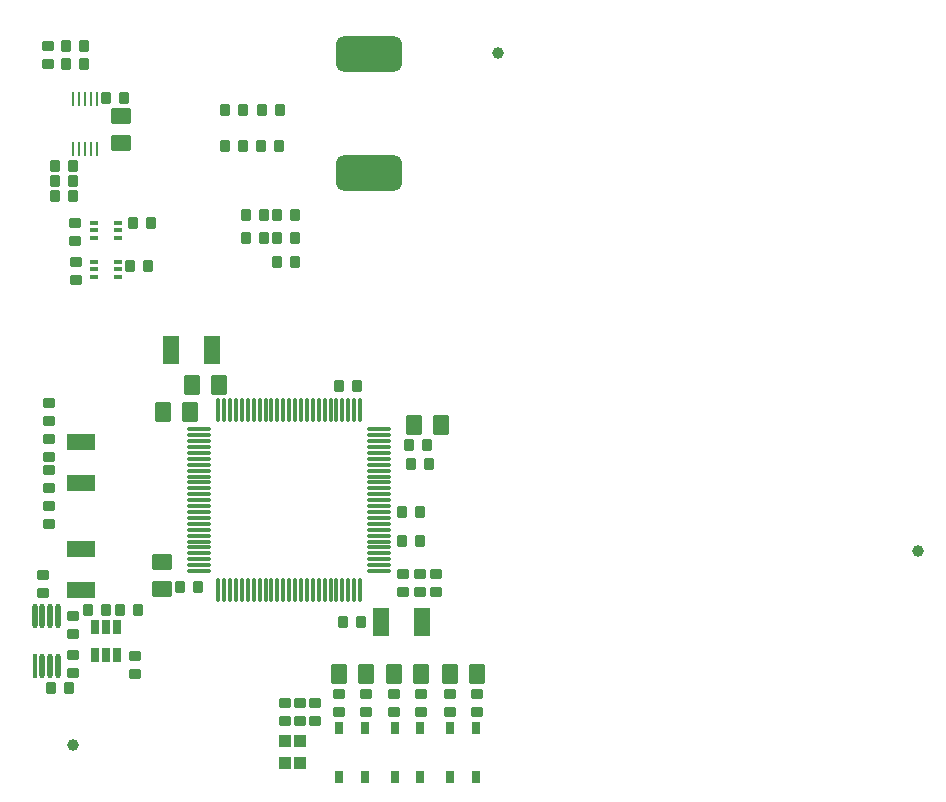
<source format=gtp>
G04*
G04 #@! TF.GenerationSoftware,Altium Limited,Altium Designer,19.1.6 (110)*
G04*
G04 Layer_Color=8421504*
%FSLAX44Y44*%
%MOMM*%
G71*
G01*
G75*
%ADD17C,1.0000*%
G04:AMPARAMS|DCode=18|XSize=0.8mm|YSize=1mm|CornerRadius=0.1mm|HoleSize=0mm|Usage=FLASHONLY|Rotation=270.000|XOffset=0mm|YOffset=0mm|HoleType=Round|Shape=RoundedRectangle|*
%AMROUNDEDRECTD18*
21,1,0.8000,0.8000,0,0,270.0*
21,1,0.6000,1.0000,0,0,270.0*
1,1,0.2000,-0.4000,-0.3000*
1,1,0.2000,-0.4000,0.3000*
1,1,0.2000,0.4000,0.3000*
1,1,0.2000,0.4000,-0.3000*
%
%ADD18ROUNDEDRECTD18*%
G04:AMPARAMS|DCode=19|XSize=0.4mm|YSize=0.65mm|CornerRadius=0.05mm|HoleSize=0mm|Usage=FLASHONLY|Rotation=90.000|XOffset=0mm|YOffset=0mm|HoleType=Round|Shape=RoundedRectangle|*
%AMROUNDEDRECTD19*
21,1,0.4000,0.5500,0,0,90.0*
21,1,0.3000,0.6500,0,0,90.0*
1,1,0.1000,0.2750,0.1500*
1,1,0.1000,0.2750,-0.1500*
1,1,0.1000,-0.2750,-0.1500*
1,1,0.1000,-0.2750,0.1500*
%
%ADD19ROUNDEDRECTD19*%
G04:AMPARAMS|DCode=20|XSize=0.8mm|YSize=1mm|CornerRadius=0.1mm|HoleSize=0mm|Usage=FLASHONLY|Rotation=0.000|XOffset=0mm|YOffset=0mm|HoleType=Round|Shape=RoundedRectangle|*
%AMROUNDEDRECTD20*
21,1,0.8000,0.8000,0,0,0.0*
21,1,0.6000,1.0000,0,0,0.0*
1,1,0.2000,0.3000,-0.4000*
1,1,0.2000,-0.3000,-0.4000*
1,1,0.2000,-0.3000,0.4000*
1,1,0.2000,0.3000,0.4000*
%
%ADD20ROUNDEDRECTD20*%
%ADD21O,0.3000X2.1000*%
%ADD22R,0.7000X1.3000*%
G04:AMPARAMS|DCode=23|XSize=1.4mm|YSize=1.7mm|CornerRadius=0.175mm|HoleSize=0mm|Usage=FLASHONLY|Rotation=0.000|XOffset=0mm|YOffset=0mm|HoleType=Round|Shape=RoundedRectangle|*
%AMROUNDEDRECTD23*
21,1,1.4000,1.3500,0,0,0.0*
21,1,1.0500,1.7000,0,0,0.0*
1,1,0.3500,0.5250,-0.6750*
1,1,0.3500,-0.5250,-0.6750*
1,1,0.3500,-0.5250,0.6750*
1,1,0.3500,0.5250,0.6750*
%
%ADD23ROUNDEDRECTD23*%
%ADD24R,0.4318X2.0541*%
G04:AMPARAMS|DCode=25|XSize=2.0541mm|YSize=0.4318mm|CornerRadius=0.2159mm|HoleSize=0mm|Usage=FLASHONLY|Rotation=90.000|XOffset=0mm|YOffset=0mm|HoleType=Round|Shape=RoundedRectangle|*
%AMROUNDEDRECTD25*
21,1,2.0541,0.0000,0,0,90.0*
21,1,1.6223,0.4318,0,0,90.0*
1,1,0.4318,0.0000,0.8112*
1,1,0.4318,0.0000,-0.8112*
1,1,0.4318,0.0000,-0.8112*
1,1,0.4318,0.0000,0.8112*
%
%ADD25ROUNDEDRECTD25*%
%ADD26R,2.4000X1.4000*%
G04:AMPARAMS|DCode=27|XSize=1.4mm|YSize=1.7mm|CornerRadius=0.175mm|HoleSize=0mm|Usage=FLASHONLY|Rotation=90.000|XOffset=0mm|YOffset=0mm|HoleType=Round|Shape=RoundedRectangle|*
%AMROUNDEDRECTD27*
21,1,1.4000,1.3500,0,0,90.0*
21,1,1.0500,1.7000,0,0,90.0*
1,1,0.3500,0.6750,0.5250*
1,1,0.3500,0.6750,-0.5250*
1,1,0.3500,-0.6750,-0.5250*
1,1,0.3500,-0.6750,0.5250*
%
%ADD27ROUNDEDRECTD27*%
G04:AMPARAMS|DCode=28|XSize=0.25mm|YSize=1.15mm|CornerRadius=0.05mm|HoleSize=0mm|Usage=FLASHONLY|Rotation=180.000|XOffset=0mm|YOffset=0mm|HoleType=Round|Shape=RoundedRectangle|*
%AMROUNDEDRECTD28*
21,1,0.2500,1.0500,0,0,180.0*
21,1,0.1500,1.1500,0,0,180.0*
1,1,0.1000,-0.0750,0.5250*
1,1,0.1000,0.0750,0.5250*
1,1,0.1000,0.0750,-0.5250*
1,1,0.1000,-0.0750,-0.5250*
%
%ADD28ROUNDEDRECTD28*%
G04:AMPARAMS|DCode=29|XSize=3.1mm|YSize=5.6mm|CornerRadius=0.775mm|HoleSize=0mm|Usage=FLASHONLY|Rotation=270.000|XOffset=0mm|YOffset=0mm|HoleType=Round|Shape=RoundedRectangle|*
%AMROUNDEDRECTD29*
21,1,3.1000,4.0500,0,0,270.0*
21,1,1.5500,5.6000,0,0,270.0*
1,1,1.5500,-2.0250,-0.7750*
1,1,1.5500,-2.0250,0.7750*
1,1,1.5500,2.0250,0.7750*
1,1,1.5500,2.0250,-0.7750*
%
%ADD29ROUNDEDRECTD29*%
%ADD30R,0.6500X1.0500*%
%ADD31R,1.0000X1.0000*%
%ADD32O,2.1000X0.3000*%
%ADD33R,1.4000X2.4000*%
D17*
X685800Y1176020D02*
D03*
X1041400Y754380D02*
D03*
X326390Y590550D02*
D03*
D18*
X327660Y1032390D02*
D03*
Y1017390D02*
D03*
X328930Y999370D02*
D03*
Y984370D02*
D03*
X605790Y720210D02*
D03*
Y735210D02*
D03*
X619760Y735210D02*
D03*
Y720210D02*
D03*
X633730Y735210D02*
D03*
Y720210D02*
D03*
X326390Y684650D02*
D03*
Y699650D02*
D03*
Y666630D02*
D03*
Y651630D02*
D03*
X378460Y650360D02*
D03*
Y665360D02*
D03*
X668020Y633610D02*
D03*
Y618610D02*
D03*
X574040Y633610D02*
D03*
Y618610D02*
D03*
X306070Y864990D02*
D03*
Y879990D02*
D03*
Y777360D02*
D03*
Y792360D02*
D03*
X304800Y1182250D02*
D03*
Y1167250D02*
D03*
X505460Y610990D02*
D03*
Y625990D02*
D03*
X518160Y610990D02*
D03*
Y625990D02*
D03*
X530860Y610990D02*
D03*
Y625990D02*
D03*
X551180Y633610D02*
D03*
Y618610D02*
D03*
X621030Y633610D02*
D03*
Y618610D02*
D03*
X306070Y849510D02*
D03*
Y834510D02*
D03*
Y807840D02*
D03*
Y822840D02*
D03*
X300990Y718940D02*
D03*
Y733940D02*
D03*
X645160Y633610D02*
D03*
Y618610D02*
D03*
X598170Y633610D02*
D03*
Y618610D02*
D03*
D19*
X364580Y1032660D02*
D03*
Y1026160D02*
D03*
Y1019660D02*
D03*
X344080D02*
D03*
Y1026160D02*
D03*
Y1032660D02*
D03*
X364580Y999640D02*
D03*
Y993140D02*
D03*
Y986640D02*
D03*
X344080D02*
D03*
Y993140D02*
D03*
Y999640D02*
D03*
D20*
X377310Y1032510D02*
D03*
X392310D02*
D03*
X322460Y638810D02*
D03*
X307460D02*
D03*
X354210Y704850D02*
D03*
X339210D02*
D03*
X365880D02*
D03*
X380880D02*
D03*
X326270Y1055370D02*
D03*
X311270D02*
D03*
X326270Y1068070D02*
D03*
X311270D02*
D03*
X499230Y999490D02*
D03*
X514230D02*
D03*
X374770Y995680D02*
D03*
X389770D02*
D03*
X487560Y1038860D02*
D03*
X472560D02*
D03*
X335160Y1167130D02*
D03*
X320160D02*
D03*
X354450Y1137920D02*
D03*
X369450D02*
D03*
X311270Y1080770D02*
D03*
X326270D02*
D03*
X335160Y1182370D02*
D03*
X320160D02*
D03*
X514230Y1019810D02*
D03*
X499230D02*
D03*
X487560D02*
D03*
X472560D02*
D03*
X514230Y1038860D02*
D03*
X499230D02*
D03*
X610990Y844550D02*
D03*
X625990D02*
D03*
X551300Y894080D02*
D03*
X566300D02*
D03*
X431680Y723900D02*
D03*
X416680D02*
D03*
X570110Y694690D02*
D03*
X555110D02*
D03*
X604640Y763270D02*
D03*
X619640D02*
D03*
X604640Y787400D02*
D03*
X619640D02*
D03*
X612260Y828040D02*
D03*
X627260D02*
D03*
X486530Y1127760D02*
D03*
X501530D02*
D03*
X485260Y1097280D02*
D03*
X500260D02*
D03*
X454780Y1127760D02*
D03*
X469780D02*
D03*
X454780Y1097280D02*
D03*
X469780D02*
D03*
D21*
X549270Y721560D02*
D03*
X544270D02*
D03*
X569270Y873560D02*
D03*
X564270D02*
D03*
X559270D02*
D03*
X554270D02*
D03*
X549270D02*
D03*
X544270D02*
D03*
X539270D02*
D03*
X534270D02*
D03*
X529270D02*
D03*
X524270D02*
D03*
X519270D02*
D03*
X514270D02*
D03*
X509270D02*
D03*
X504270D02*
D03*
X499270D02*
D03*
X494270D02*
D03*
X489270D02*
D03*
X484270D02*
D03*
X479270D02*
D03*
X474270D02*
D03*
X469270D02*
D03*
X464270D02*
D03*
X459270D02*
D03*
X454270D02*
D03*
X449270D02*
D03*
Y721560D02*
D03*
X454270D02*
D03*
X459270D02*
D03*
X464270D02*
D03*
X469270D02*
D03*
X474270D02*
D03*
X479270D02*
D03*
X484270D02*
D03*
X489270D02*
D03*
X494270D02*
D03*
X499270D02*
D03*
X504270D02*
D03*
X509270D02*
D03*
X514270D02*
D03*
X519270D02*
D03*
X524270D02*
D03*
X529270D02*
D03*
X534270D02*
D03*
X539270D02*
D03*
X554270D02*
D03*
X559270D02*
D03*
X564270D02*
D03*
X569270D02*
D03*
D22*
X344830Y690180D02*
D03*
X354330D02*
D03*
X363830D02*
D03*
Y666180D02*
D03*
X354330D02*
D03*
X344830D02*
D03*
D23*
X425450Y872490D02*
D03*
X402590D02*
D03*
X551180Y650240D02*
D03*
X574040D02*
D03*
X645160D02*
D03*
X668020D02*
D03*
X598170D02*
D03*
X621030D02*
D03*
X449580Y895350D02*
D03*
X426720D02*
D03*
X614680Y861060D02*
D03*
X637540D02*
D03*
D24*
X293780Y657176D02*
D03*
D25*
X300280D02*
D03*
X306780D02*
D03*
X313280D02*
D03*
Y699184D02*
D03*
X306780D02*
D03*
X300280D02*
D03*
X293780D02*
D03*
D26*
X332740Y721640D02*
D03*
Y756640D02*
D03*
Y846810D02*
D03*
Y811810D02*
D03*
D27*
X367030Y1122680D02*
D03*
Y1099820D02*
D03*
X401320Y722630D02*
D03*
Y745490D02*
D03*
D28*
X346550Y1137580D02*
D03*
X341550D02*
D03*
X336550D02*
D03*
X331550D02*
D03*
X326550D02*
D03*
X346550Y1095080D02*
D03*
X341550D02*
D03*
X336550D02*
D03*
X331550D02*
D03*
X326550D02*
D03*
D29*
X576580Y1074720D02*
D03*
Y1175720D02*
D03*
D30*
X551860Y563450D02*
D03*
Y604950D02*
D03*
X573360Y563450D02*
D03*
Y604950D02*
D03*
X645840Y563450D02*
D03*
Y604950D02*
D03*
X667340Y563450D02*
D03*
Y604950D02*
D03*
X598850Y563450D02*
D03*
Y604950D02*
D03*
X620350Y563450D02*
D03*
Y604950D02*
D03*
D31*
X505795Y593450D02*
D03*
X518295D02*
D03*
Y574950D02*
D03*
X505795D02*
D03*
D32*
X585270Y737560D02*
D03*
Y742560D02*
D03*
Y747560D02*
D03*
Y752560D02*
D03*
Y757560D02*
D03*
Y762560D02*
D03*
Y767560D02*
D03*
Y772560D02*
D03*
Y777560D02*
D03*
Y782560D02*
D03*
Y787560D02*
D03*
Y792560D02*
D03*
Y797560D02*
D03*
Y802560D02*
D03*
Y807560D02*
D03*
Y812560D02*
D03*
Y817560D02*
D03*
Y822560D02*
D03*
Y827560D02*
D03*
Y832560D02*
D03*
Y837560D02*
D03*
Y842560D02*
D03*
Y847560D02*
D03*
Y852560D02*
D03*
Y857560D02*
D03*
X433270D02*
D03*
Y852560D02*
D03*
Y847560D02*
D03*
Y842560D02*
D03*
Y837560D02*
D03*
Y832560D02*
D03*
Y827560D02*
D03*
Y822560D02*
D03*
Y817560D02*
D03*
Y812560D02*
D03*
Y807560D02*
D03*
Y802560D02*
D03*
Y797560D02*
D03*
Y792560D02*
D03*
Y787560D02*
D03*
Y782560D02*
D03*
Y777560D02*
D03*
Y772560D02*
D03*
Y767560D02*
D03*
Y762560D02*
D03*
Y757560D02*
D03*
Y752560D02*
D03*
Y747560D02*
D03*
Y742560D02*
D03*
Y737560D02*
D03*
D33*
X409220Y924560D02*
D03*
X444220D02*
D03*
X622020Y694690D02*
D03*
X587020D02*
D03*
M02*

</source>
